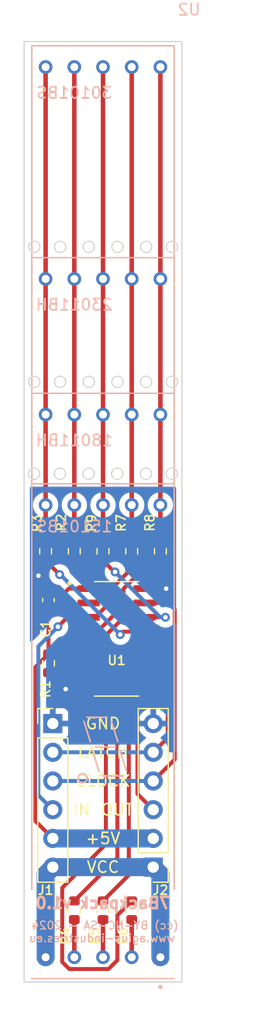
<source format=kicad_pcb>
(kicad_pcb (version 20211014) (generator pcbnew)
  (layers (0 "F.Cu" signal) (31 "B.Cu" signal) (34 "B.Paste" user) (35 "F.Paste" user) (36 "B.SilkS" user "B.Silkscreen") (37 "F.SilkS" user "F.Silkscreen") (38 "B.Mask" user) (39 "F.Mask" user) (44 "Edge.Cuts" user))
  (net 0 "")
  (net 1 "+5V")
  (net 2 "GND")
  (net 3 "Net-(J1-Pad2)")
  (net 4 "Net-(J1-Pad3)")
  (net 5 "Net-(J1-Pad4)")
  (net 6 "VCC")
  (net 7 "Net-(J2-Pad3)")
  (net 8 "Net-(R1-Pad1)")
  (net 9 "Net-(R2-Pad1)")
  (net 10 "Net-(R2-Pad2)")
  (net 11 "Net-(R3-Pad1)")
  (net 12 "Net-(R3-Pad2)")
  (net 13 "Net-(R4-Pad1)")
  (net 14 "Net-(R4-Pad2)")
  (net 15 "Net-(R5-Pad1)")
  (net 16 "Net-(R5-Pad2)")
  (net 17 "Net-(R6-Pad1)")
  (net 18 "Net-(R6-Pad2)")
  (net 19 "Net-(R7-Pad1)")
  (net 20 "Net-(R7-Pad2)")
  (net 21 "Net-(R8-Pad1)")
  (net 22 "Net-(R8-Pad2)")
  (net 23 "Net-(R9-Pad1)")
  (net 24 "Net-(R9-Pad2)")
  (footprint "Resistor_SMD:R_0603_1608Metric" (layer "F.Cu") (at 102.87 128.27 -90)
    (fp_text reference "R4" (at 2.286 0.762 90) (layer "F.SilkS") (effects (font (size 0.8 0.8))))
    (fp_text value "15")
    (fp_line (start -0.237258 -0.5225) (end 0.237258 -0.5225) (layer "F.SilkS") (width 0.12))
    (fp_line (start -0.237258 0.5225) (end 0.237258 0.5225) (layer "F.SilkS") (width 0.12))
    (pad "1" smd roundrect (at -0.825 0 270) (size 0.8 0.95) (layers "F.Cu" "F.Paste" "F.Mask") (net 13 "Net-(R4-Pad1)"))
    (pad "2" smd roundrect (at 0.825 0 270) (size 0.8 0.95) (layers "F.Cu" "F.Paste" "F.Mask") (net 14 "Net-(R4-Pad2)"))
  )
  (footprint "Resistor_SMD:R_0603_1608Metric" (layer "F.Cu") (at 105.41 96.52 90)
    (fp_text reference "R9" (at 2.488373 -1.00922 90) (layer "F.SilkS") (effects (font (size 0.8 0.8))))
    (fp_text value "2k")
    (fp_line (start -0.237258 -0.5225) (end 0.237258 -0.5225) (layer "F.SilkS") (width 0.12))
    (fp_line (start -0.237258 0.5225) (end 0.237258 0.5225) (layer "F.SilkS") (width 0.12))
    (pad "1" smd roundrect (at -0.825 0 90) (size 0.8 0.95) (layers "F.Cu" "F.Paste" "F.Mask") (net 23 "Net-(R9-Pad1)"))
    (pad "2" smd roundrect (at 0.825 0 90) (size 0.8 0.95) (layers "F.Cu" "F.Paste" "F.Mask") (net 24 "Net-(R9-Pad2)"))
  )
  (footprint "Resistor_SMD:R_0603_1608Metric" (layer "F.Cu") (at 110.49 96.52 90)
    (fp_text reference "R8" (at 2.527094 -0.939397 90) (layer "F.SilkS") (effects (font (size 0.8 0.8))))
    (fp_text value "15")
    (fp_line (start -0.237258 -0.5225) (end 0.237258 -0.5225) (layer "F.SilkS") (width 0.12))
    (fp_line (start -0.237258 0.5225) (end 0.237258 0.5225) (layer "F.SilkS") (width 0.12))
    (pad "1" smd roundrect (at -0.825 0 90) (size 0.8 0.95) (layers "F.Cu" "F.Paste" "F.Mask") (net 21 "Net-(R8-Pad1)"))
    (pad "2" smd roundrect (at 0.825 0 90) (size 0.8 0.95) (layers "F.Cu" "F.Paste" "F.Mask") (net 22 "Net-(R8-Pad2)"))
  )
  (footprint "Resistor_SMD:R_0603_1608Metric" (layer "F.Cu") (at 107.95 96.52 90)
    (fp_text reference "R7" (at 2.50128 -0.942041 90) (layer "F.SilkS") (effects (font (size 0.8 0.8))))
    (fp_text value "15")
    (fp_line (start -0.237258 0.5225) (end 0.237258 0.5225) (layer "F.SilkS") (width 0.12))
    (fp_line (start -0.237258 -0.5225) (end 0.237258 -0.5225) (layer "F.SilkS") (width 0.12))
    (pad "1" smd roundrect (at -0.825 0 90) (size 0.8 0.95) (layers "F.Cu" "F.Paste" "F.Mask") (net 19 "Net-(R7-Pad1)"))
    (pad "2" smd roundrect (at 0.825 0 90) (size 0.8 0.95) (layers "F.Cu" "F.Paste" "F.Mask") (net 20 "Net-(R7-Pad2)"))
  )
  (footprint "Connector_PinHeader_2.54mm:PinHeader_1x06_P2.54mm_Vertical" (layer "F.Cu") (at 100.965 111.76)
    (fp_text reference "J1" (at -0.635 14.732) (layer "F.SilkS") (effects (font (size 0.8 0.8))))
    (fp_text value "Conn_01x06")
    (fp_line (start -1.33 1.27) (end 1.33 1.27) (layer "F.SilkS") (width 0.12))
    (fp_line (start -1.33 -1.33) (end 0 -1.33) (layer "F.SilkS") (width 0.12))
    (fp_line (start -1.33 1.27) (end -1.33 14.03) (layer "F.SilkS") (width 0.12))
    (fp_line (start 1.33 1.27) (end 1.33 14.03) (layer "F.SilkS") (width 0.12))
    (fp_line (start -1.33 14.03) (end 1.33 14.03) (layer "F.SilkS") (width 0.12))
    (fp_line (start -1.33 0) (end -1.33 -1.33) (layer "F.SilkS") (width 0.12))
    (pad "1" thru_hole rect (at 0 0) (size 1.7 1.7) (drill 1) (layers *.Cu *.Mask) (net 2 "GND"))
    (pad "2" thru_hole oval (at 0 2.54) (size 1.7 1.7) (drill 1) (layers *.Cu *.Mask) (net 3 "Net-(J1-Pad2)"))
    (pad "3" thru_hole oval (at 0 5.08) (size 1.7 1.7) (drill 1) (layers *.Cu *.Mask) (net 4 "Net-(J1-Pad3)"))
    (pad "4" thru_hole oval (at 0 7.62) (size 1.7 1.7) (drill 1) (layers *.Cu *.Mask) (net 5 "Net-(J1-Pad4)"))
    (pad "5" thru_hole oval (at 0 10.16) (size 1.7 1.7) (drill 1) (layers *.Cu *.Mask) (net 1 "+5V"))
    (pad "6" thru_hole oval (at 0 12.7) (size 1.7 1.7) (drill 1) (layers *.Cu *.Mask) (net 6 "VCC"))
  )
  (footprint "Capacitor_SMD:C_0603_1608Metric" (layer "F.Cu") (at 100.584 100.838 90)
    (fp_text reference "C1" (at -2.54 -0.254 90) (layer "F.SilkS") (effects (font (size 0.8 0.8))))
    (fp_text value "100nF")
    (fp_line (start -0.14058 0.51) (end 0.14058 0.51) (layer "F.SilkS") (width 0.12))
    (fp_line (start -0.14058 -0.51) (end 0.14058 -0.51) (layer "F.SilkS") (width 0.12))
    (pad "1" smd roundrect (at -0.775 0 90) (size 0.9 0.95) (layers "F.Cu" "F.Paste" "F.Mask") (net 1 "+5V"))
    (pad "2" smd roundrect (at 0.775 0 90) (size 0.9 0.95) (layers "F.Cu" "F.Paste" "F.Mask") (net 2 "GND"))
  )
  (footprint "Resistor_SMD:R_0603_1608Metric" (layer "F.Cu") (at 105.41 128.27 -90)
    (fp_text reference "R5" (at 2.286 0.762 90) (layer "F.SilkS") (effects (font (size 0.8 0.8))))
    (fp_text value "15")
    (fp_line (start -0.237258 -0.5225) (end 0.237258 -0.5225) (layer "F.SilkS") (width 0.12))
    (fp_line (start -0.237258 0.5225) (end 0.237258 0.5225) (layer "F.SilkS") (width 0.12))
    (pad "1" smd roundrect (at -0.825 0 270) (size 0.8 0.95) (layers "F.Cu" "F.Paste" "F.Mask") (net 15 "Net-(R5-Pad1)"))
    (pad "2" smd roundrect (at 0.825 0 270) (size 0.8 0.95) (layers "F.Cu" "F.Paste" "F.Mask") (net 16 "Net-(R5-Pad2)"))
  )
  (footprint "TPIC6C596DR:SOIC127P600X175-16N" (layer "F.Cu") (at 106.615 104.267)
    (fp_text reference "U1" (at 0 1.905) (layer "F.SilkS") (effects (font (size 0.8 0.8))))
    (fp_text value "TPIC6C596DC")
    (fp_line (start -1.95 5.065) (end 1.95 5.065) (layer "F.SilkS") (width 0.127))
    (fp_line (start -1.95 -5.065) (end 1.95 -5.065) (layer "F.SilkS") (width 0.127))
    (fp_circle (center -4.145 -4.945) (end -4.045 -4.945) (layer "F.SilkS") (width 0.2) (fill none))
    (pad "1" smd roundrect locked (at -2.475 -4.445) (size 1.97 0.6) (layers "F.Cu" "F.Paste" "F.Mask") (roundrect_rratio 0.125) (net 1 "+5V"))
    (pad "2" smd roundrect locked (at -2.475 -3.175) (size 1.97 0.6) (layers "F.Cu" "F.Paste" "F.Mask") (roundrect_rratio 0.125) (net 5 "Net-(J1-Pad4)"))
    (pad "3" smd roundrect locked (at -2.475 -1.905) (size 1.97 0.6) (layers "F.Cu" "F.Paste" "F.Mask") (roundrect_rratio 0.125) (net 9 "Net-(R2-Pad1)"))
    (pad "4" smd roundrect locked (at -2.475 -0.635) (size 1.97 0.6) (layers "F.Cu" "F.Paste" "F.Mask") (roundrect_rratio 0.125) (net 19 "Net-(R7-Pad1)"))
    (pad "5" smd roundrect locked (at -2.475 0.635) (size 1.97 0.6) (layers "F.Cu" "F.Paste" "F.Mask") (roundrect_rratio 0.125) (net 21 "Net-(R8-Pad1)"))
    (pad "6" smd roundrect locked (at -2.475 1.905) (size 1.97 0.6) (layers "F.Cu" "F.Paste" "F.Mask") (roundrect_rratio 0.125) (net 17 "Net-(R6-Pad1)"))
    (pad "7" smd roundrect locked (at -2.475 3.175) (size 1.97 0.6) (layers "F.Cu" "F.Paste" "F.Mask") (roundrect_rratio 0.125) (net 8 "Net-(R1-Pad1)"))
    (pad "8" smd roundrect locked (at -2.475 4.445) (size 1.97 0.6) (layers "F.Cu" "F.Paste" "F.Mask") (roundrect_rratio 0.125) (net 2 "GND"))
    (pad "9" smd roundrect locked (at 2.475 4.445) (size 1.97 0.6) (layers "F.Cu" "F.Paste" "F.Mask") (roundrect_rratio 0.125) (net 7 "Net-(J2-Pad3)"))
    (pad "10" smd roundrect locked (at 2.475 3.175) (size 1.97 0.6) (layers "F.Cu" "F.Paste" "F.Mask") (roundrect_rratio 0.125) (net 3 "Net-(J1-Pad2)"))
    (pad "11" smd roundrect locked (at 2.475 1.905) (size 1.97 0.6) (layers "F.Cu" "F.Paste" "F.Mask") (roundrect_rratio 0.125) (net 15 "Net-(R5-Pad1)"))
    (pad "12" smd roundrect locked (at 2.475 0.635) (size 1.97 0.6) (layers "F.Cu" "F.Paste" "F.Mask") (roundrect_rratio 0.125) (net 13 "Net-(R4-Pad1)"))
    (pad "13" smd roundrect locked (at 2.475 -0.635) (size 1.97 0.6) (layers "F.Cu" "F.Paste" "F.Mask") (roundrect_rratio 0.125) (net 11 "Net-(R3-Pad1)"))
    (pad "14" smd roundrect locked (at 2.475 -1.905) (size 1.97 0.6) (layers "F.Cu" "F.Paste" "F.Mask") (roundrect_rratio 0.125) (net 23 "Net-(R9-Pad1)"))
    (pad "15" smd roundrect locked (at 2.475 -3.175) (size 1.97 0.6) (layers "F.Cu" "F.Paste" "F.Mask") (roundrect_rratio 0.125) (net 4 "Net-(J1-Pad3)"))
    (pad "16" smd roundrect locked (at 2.475 -4.445) (size 1.97 0.6) (layers "F.Cu" "F.Paste" "F.Mask") (roundrect_rratio 0.125) (net 2 "GND"))
  )
  (footprint "Resistor_SMD:R_0603_1608Metric" (layer "F.Cu") (at 100.584 106.426 90)
    (fp_text reference "R1" (at -2.286 -0.254 90) (layer "F.SilkS") (effects (font (size 0.8 0.8))))
    (fp_text value "10k")
    (fp_line (start -0.237258 -0.5225) (end 0.237258 -0.5225) (layer "F.SilkS") (width 0.12))
    (fp_line (start -0.237258 0.5225) (end 0.237258 0.5225) (layer "F.SilkS") (width 0.12))
    (pad "1" smd roundrect (at -0.825 0 90) (size 0.8 0.95) (layers "F.Cu" "F.Paste" "F.Mask") (net 8 "Net-(R1-Pad1)"))
    (pad "2" smd roundrect (at 0.825 0 90) (size 0.8 0.95) (layers "F.Cu" "F.Paste" "F.Mask") (net 1 "+5V"))
  )
  (footprint "Resistor_SMD:R_0603_1608Metric" (layer "F.Cu") (at 107.95 128.27 -90)
    (fp_text reference "R6" (at 2.286 0.762 90) (layer "F.SilkS") (effects (font (size 0.8 0.8))))
    (fp_text value "15")
    (fp_line (start -0.237258 0.5225) (end 0.237258 0.5225) (layer "F.SilkS") (width 0.12))
    (fp_line (start -0.237258 -0.5225) (end 0.237258 -0.5225) (layer "F.SilkS") (width 0.12))
    (pad "1" smd roundrect (at -0.825 0 270) (size 0.8 0.95) (layers "F.Cu" "F.Paste" "F.Mask") (net 17 "Net-(R6-Pad1)"))
    (pad "2" smd roundrect (at 0.825 0 270) (size 0.8 0.95) (layers "F.Cu" "F.Paste" "F.Mask") (net 18 "Net-(R6-Pad2)"))
  )
  (footprint "Resistor_SMD:R_0603_1608Metric" (layer "F.Cu") (at 100.33 96.52 90)
    (fp_text reference "R3" (at 2.475466 -0.762 90) (layer "F.SilkS") (effects (font (size 0.8 0.8))))
    (fp_text value "15")
    (fp_line (start -0.237258 -0.5225) (end 0.237258 -0.5225) (layer "F.SilkS") (width 0.12))
    (fp_line (start -0.237258 0.5225) (end 0.237258 0.5225) (layer "F.SilkS") (width 0.12))
    (pad "1" smd roundrect (at -0.825 0 90) (size 0.8 0.95) (layers "F.Cu" "F.Paste" "F.Mask") (net 11 "Net-(R3-Pad1)"))
    (pad "2" smd roundrect (at 0.825 0 90) (size 0.8 0.95) (layers "F.Cu" "F.Paste" "F.Mask") (net 12 "Net-(R3-Pad2)"))
  )
  (footprint "Resistor_SMD:R_0603_1608Metric" (layer "F.Cu") (at 102.87 96.52 90)
    (fp_text reference "R2" (at 2.54 -1.153839 90) (layer "F.SilkS") (effects (font (size 0.8 0.8))))
    (fp_text value "15")
    (fp_line (start -0.237258 -0.5225) (end 0.237258 -0.5225) (layer "F.SilkS") (width 0.12))
    (fp_line (start -0.237258 0.5225) (end 0.237258 0.5225) (layer "F.SilkS") (width 0.12))
    (pad "1" smd roundrect (at -0.825 0 90) (size 0.8 0.95) (layers "F.Cu" "F.Paste" "F.Mask") (net 9 "Net-(R2-Pad1)"))
    (pad "2" smd roundrect (at 0.825 0 90) (size 0.8 0.95) (layers "F.Cu" "F.Paste" "F.Mask") (net 10 "Net-(R2-Pad2)"))
  )
  (footprint "Connector_PinHeader_2.54mm:PinHeader_1x06_P2.54mm_Vertical" (layer "F.Cu") (at 109.855 124.46 180)
    (fp_text reference "J2" (at -0.635 -2.032) (layer "F.SilkS") (effects (font (size 0.8 0.8))))
    (fp_text value "Conn_01x06")
    (fp_line (start -1.33 1.27) (end 1.33 1.27) (layer "F.SilkS") (width 0.12))
    (fp_line (start -1.33 14.03) (end 1.33 14.03) (layer "F.SilkS") (width 0.12))
    (fp_line (start -1.33 -1.33) (end 0 -1.33) (layer "F.SilkS") (width 0.12))
    (fp_line (start -1.33 0) (end -1.33 -1.33) (layer "F.SilkS") (width 0.12))
    (fp_line (start -1.33 1.27) (end -1.33 14.03) (layer "F.SilkS") (width 0.12))
    (fp_line (start 1.33 1.27) (end 1.33 14.03) (layer "F.SilkS") (width 0.12))
    (pad "1" thru_hole rect (at 0 0 180) (size 1.7 1.7) (drill 1) (layers *.Cu *.Mask) (net 6 "VCC"))
    (pad "2" thru_hole oval (at 0 2.54 180) (size 1.7 1.7) (drill 1) (layers *.Cu *.Mask) (net 1 "+5V"))
    (pad "3" thru_hole oval (at 0 5.08 180) (size 1.7 1.7) (drill 1) (layers *.Cu *.Mask) (net 7 "Net-(J2-Pad3)"))
    (pad "4" thru_hole oval (at 0 7.62 180) (size 1.7 1.7) (drill 1) (layers *.Cu *.Mask) (net 4 "Net-(J1-Pad3)"))
    (pad "5" thru_hole oval (at 0 10.16 180) (size 1.7 1.7) (drill 1) (layers *.Cu *.Mask) (net 3 "Net-(J1-Pad2)"))
    (pad "6" thru_hole oval (at 0 12.7 180) (size 1.7 1.7) (drill 1) (layers *.Cu *.Mask) (net 2 "GND"))
  )
  (footprint "Custom7Segments:15101BS-30101BS" (layer "B.Cu") (at 110.49 132.4285 180)
    (fp_text reference "U2" (at -2.54 83.82) (layer "B.SilkS") (effects (justify mirror)))
    (fp_text value "15101BS-30101BS")
    (fp_text user "30101BS" (at 7.62 76.46 unlocked) (layer "B.SilkS") (effects (justify mirror)))
    (fp_text user "23011BH" (at 7.62 57.72 unlocked) (layer "B.SilkS") (effects (justify mirror)))
    (fp_text user "18011BH" (at 7.62 45.72 unlocked) (layer "B.SilkS") (effects (justify mirror)))
    (fp_text user "15101BS" (at 7.62 38.1 unlocked) (layer "B.SilkS") (effects (justify mirror)))
    (fp_line (start 4.724402 21.224125) (end 6.504966 21.227409) (layer "B.SilkS") (width 0.15))
    (fp_line (start -1.22 -1.88) (end 11.38 -1.88) (layer "B.SilkS") (width 0.127))
    (fp_line (start 11.38 61.88) (end -1.22 61.88) (layer "B.SilkS") (width 0.127))
    (fp_line (start 3.955999 18.605152) (end 5.736563 18.608436) (layer "B.SilkS") (width 0.15))
    (fp_line (start 11.38 41.88) (end -1.22 41.88) (layer "B.SilkS") (width 0.127))
    (fp_line (start 11.38 49.88) (end -1.22 49.88) (layer "B.SilkS") (width 0.127))
    (fp_line (start 5.43252 16.434761) (end 5.999885 18.245845) (layer "B.SilkS") (width 0.15))
    (fp_line (start 6.200923 19.053734) (end 6.768288 20.864818) (layer "B.SilkS") (width 0.15))
    (fp_line (start 3.008916 16.479852) (end 3.576281 18.290936) (layer "B.SilkS") (width 0.15))
    (fp_line (start 3.777319 19.098825) (end 4.344684 20.909909) (layer "B.SilkS") (width 0.15))
    (fp_line (start -1.22 80.62) (end -1.22 6) (layer "B.SilkS") (width 0.127))
    (fp_line (start 11.38 80.62) (end -1.22 80.62) (layer "B.SilkS") (width 0.127))
    (fp_line (start 3.293101 16.040673) (end 5.073665 16.043957) (layer "B.SilkS") (width 0.15))
    (fp_line (start 11.38 6) (end 11.38 80.62) (layer "B.SilkS") (width 0.127))
    (fp_circle (center 0 -2.63) (end 0 -2.53) (layer "B.SilkS") (width 0.2) (fill none))
    (fp_circle (center 6.884684 15.829909) (end 7.284684 15.829909) (layer "B.SilkS") (width 0.15) (fill none))
    (pad "1" thru_hole rect (at 0 0 90) (size 1.218 1.218) (drill 0.71) (layers *.Cu *.Mask) (net 6 "VCC"))
    (pad "2" thru_hole circle (at 2.54 0 90) (size 1.218 1.218) (drill 0.71) (layers *.Cu *.Mask) (net 18 "Net-(R6-Pad2)"))
    (pad "3" thru_hole circle (at 5.08 0 90) (size 1.218 1.218) (drill 0.71) (layers *.Cu *.Mask) (net 16 "Net-(R5-Pad2)"))
    (pad "4" thru_hole circle (at 7.62 0 90) (size 1.218 1.218) (drill 0.71) (layers *.Cu *.Mask) (net 14 "Net-(R4-Pad2)"))
    (pad "5" thru_hole circle (at 10.16 0 90) (size 1.218 1.218) (drill 0.71) (layers *.Cu *.Mask) (net 6 "VCC"))
    (pad "6" thru_hole circle (at 10.16 48 90) (size 1.218 1.218) (drill 0.71) (layers *.Cu *.Mask) (net 12 "Net-(R3-Pad2)"))
    (pad "6" thru_hole circle (at 10.16 60 90) (size 1.218 1.218) (drill 0.71) (layers *.Cu *.Mask) (net 12 "Net-(R3-Pad2)"))
    (pad "6" thru_hole circle (at 10.16 40 90) (size 1.218 1.218) (drill 0.71) (layers *.Cu *.Mask) (net 12 "Net-(R3-Pad2)"))
    (pad "6" thru_hole circle (at 10.16 78.74 90) (size 1.218 1.218) (drill 0.71) (layers *.Cu *.Mask) (net 12 "Net-(R3-Pad2)"))
    (pad "7" thru_hole circle (at 7.62 48 90) (size 1.218 1.218) (drill 0.71) (layers *.Cu *.Mask) (net 10 "Net-(R2-Pad2)"))
    (pad "7" thru_hole circle (at 7.62 78.74 90) (size 1.218 1.218) (drill 0.71) (layers *.Cu *.Mask) (net 10 "Net-(R2-Pad2)"))
    (pad "7" thru_hole circle (at 7.62 60 90) (size 1.218 1.218) (drill 0.71) (layers *.Cu *.Mask) (net 10 "Net-(R2-Pad2)"))
    (pad "7" thru_hole circle (at 7.62 40 90) (size 1.218 1.218) (drill 0.71) (layers *.Cu *.Mask) (net 10 "Net-(R2-Pad2)"))
    (pad "8" thru_hole circle (at 5.08 48 90) (size 1.218 1.218) (drill 0.71) (layers *.Cu *.Mask) (net 24 "Net-(R9-Pad2)"))
    (pad "8" thru_hole circle (at 5.08 78.74 90) (size 1.218 1.218) (drill 0.71) (layers *.Cu *.Mask) (net 24 "Net-(R9-Pad2)"))
    (pad "8" thru_hole circle (at 5.08 60 90) (size 1.218 1.218) (drill 0.71) (layers *.Cu *.Mask) (net 24 "Net-(R9-Pad2)"))
    (pad "8" thru_hole circle (at 5.08 40 90) (size 1.218 1.218) (drill 0.71) (layers *.Cu *.Mask) (net 24 "Net-(R9-Pad2)"))
    (pad "9" thru_hole circle (at 2.54 78.74 90) (size 1.218 1.218) (drill 0.71) (layers *.Cu *.Mask) (net 20 "Net-(R7-Pad2)"))
    (pad "9" thru_hole circle (at 2.54 40 90) (size 1.218 1.218) (drill 0.71) (layers *.Cu *.Mask) (net 20 "Net-(R7-Pad2)"))
    (pad "9" thru_hole circle (at 2.54 60 90) (size 1.218 1.218) (drill 0.71) (layers *.Cu *.Mask) (net 20 "Net-(R7-Pad2)"))
    (pad "9" thru_hole circle (at 2.54 48 90) (size 1.218 1.218) (drill 0.71) (layers *.Cu *.Mask) (net 20 "Net-(R7-Pad2)"))
    (pad "10" thru_hole circle (at 0 48 90) (size 1.218 1.218) (drill 0.71) (layers *.Cu *.Mask) (net 22 "Net-(R8-Pad2)"))
    (pad "10" thru_hole circle (at 0 40 90) (size 1.218 1.218) (drill 0.71) (layers *.Cu *.Mask) (net 22 "Net-(R8-Pad2)"))
    (pad "10" thru_hole circle (at 0 60 90) (size 1.218 1.218) (drill 0.71) (layers *.Cu *.Mask) (net 22 "Net-(R8-Pad2)"))
    (pad "10" thru_hole circle (at 0 78.74 90) (size 1.218 1.218) (drill 0.71) (layers *.Cu *.Mask) (net 22 "Net-(R8-Pad2)"))
  )
  (gr_rect (start 98.425 51.435) (end 112.395 134.62) (layer "Edge.Cuts") (width 0.1) (fill none))
  (gr_circle (center 101.616 81.534) (end 102.116 81.534) (layer "Edge.Cuts") (width 0.1) (fill none))
  (gr_circle (center 104.148 81.534) (end 104.648 81.534) (layer "Edge.Cuts") (width 0.1) (fill none))
  (gr_circle (center 104.132 89.662) (end 104.632 89.662) (layer "Edge.Cuts") (width 0.1) (fill none))
  (gr_circle (center 104.148 69.596) (end 104.648 69.596) (layer "Edge.Cuts") (width 0.1) (fill none))
  (gr_circle (center 111.514 69.596) (end 112.014 69.596) (layer "Edge.Cuts") (width 0.1) (fill none))
  (gr_circle (center 99.33 81.534) (end 99.83 81.534) (layer "Edge.Cuts") (width 0.1) (fill none))
  (gr_circle (center 106.688 69.596) (end 107.188 69.596) (layer "Edge.Cuts") (width 0.1) (fill none))
  (gr_circle (center 111.514 81.534) (end 112.014 81.534) (layer "Edge.Cuts") (width 0.1) (fill none))
  (gr_circle (center 106.688 81.534) (end 107.188 81.534) (layer "Edge.Cuts") (width 0.1) (fill none))
  (gr_circle (center 106.672 89.662) (end 107.172 89.662) (layer "Edge.Cuts") (width 0.1) (fill none))
  (gr_circle (center 109.228 69.596) (end 109.728 69.596) (layer "Edge.Cuts") (width 0.1) (fill none))
  (gr_circle (center 109.228 81.534) (end 109.728 81.534) (layer "Edge.Cuts") (width 0.1) (fill none))
  (gr_circle (center 101.6 89.662) (end 102.1 89.662) (layer "Edge.Cuts") (width 0.1) (fill none))
  (gr_circle (center 111.498 89.662) (end 111.998 89.662) (layer "Edge.Cuts") (width 0.1) (fill none))
  (gr_circle (center 99.314 89.662) (end 99.814 89.662) (layer "Edge.Cuts") (width 0.1) (fill none))
  (gr_circle (center 101.616 69.596) (end 102.116 69.596) (layer "Edge.Cuts") (width 0.1) (fill none))
  (gr_circle (center 109.212 89.662) (end 109.712 89.662) (layer "Edge.Cuts") (width 0.1) (fill none))
  (gr_circle (center 99.33 69.596) (end 99.83 69.596) (layer "Edge.Cuts") (width 0.1) (fill none))
  (gr_text "(cc) BY-NC-SA - 2024 \nwww.agius-industries.eu" (at 105.323788 130.175) (layer "B.SilkS") (effects (font (size 0.7 0.7) (thickness 0.12)) (justify mirror)))
  (gr_text "7Backpack v1.0" (at 105.41 127.635) (layer "B.SilkS") (effects (font (size 1 1) (thickness 0.25)) (justify mirror)))
  (gr_text "LATCH" (at 105.41 114.3) (layer "F.SilkS") (effects (font (size 1 1))))
  (gr_text "CLOCK" (at 105.41 116.84) (layer "F.SilkS") (effects (font (size 1 1))))
  (gr_text "VCC" (at 105.41 124.46) (layer "F.SilkS") (effects (font (size 1 1))))
  (gr_text "IN" (at 103.505 119.38) (layer "F.SilkS") (effects (font (size 1 1))))
  (gr_text "OUT" (at 106.68 119.38) (layer "F.SilkS") (effects (font (size 1 1))))
  (gr_text "+5V" (at 105.41 121.92) (layer "F.SilkS") (effects (font (size 1 1))))
  (gr_text "GND" (at 105.41 111.76) (layer "F.SilkS") (effects (font (size 1 1))))
  (segment (start 100.584 101.613) (end 100.584 102.3149) (width 0.35) (layer "F.Cu") (net 1))
  (segment (start 99.4231 120.378) (end 99.4231 106.762) (width 0.35) (layer "F.Cu") (net 1))
  (segment (start 102.375 99.822) (end 100.584 101.613) (width 0.35) (layer "F.Cu") (net 1))
  (segment (start 99.4231 106.762) (end 100.584 105.601) (width 0.35) (layer "F.Cu") (net 1))
  (segment (start 100.584 102.3149) (end 100.584 105.601) (width 0.35) (layer "F.Cu") (net 1))
  (segment (start 104.14 99.822) (end 102.375 99.822) (width 0.35) (layer "F.Cu") (net 1))
  (segment (start 100.965 121.92) (end 99.4231 120.378) (width 0.35) (layer "F.Cu") (net 1))
  (segment (start 100.965 121.92) (end 109.855 121.92) (width 1.6) (layer "B.Cu") (net 1))
  (segment (start 104.14 108.712) (end 102.108 108.712) (width 0.35) (layer "F.Cu") (net 2))
  (segment (start 99.695 99.174) (end 100.584 100.063) (width 0.35) (layer "F.Cu") (net 2))
  (segment (start 99.695 98.679) (end 99.695 99.174) (width 0.35) (layer "F.Cu") (net 2))
  (segment (start 110.998 99.822) (end 109.09 99.822) (width 0.35) (layer "F.Cu") (net 2))
  (via (at 99.695 98.679) (size 0.8) (drill 0.4) (layers "F.Cu" "B.Cu") (net 2))
  (via (at 102.108 108.712) (size 0.8) (drill 0.4) (layers "F.Cu" "B.Cu") (net 2))
  (via (at 110.998 99.822) (size 0.8) (drill 0.4) (layers "F.Cu" "B.Cu") (net 2))
  (segment (start 111.13 108.844) (end 109.728 107.442) (width 0.35) (layer "F.Cu") (net 3))
  (segment (start 109.728 107.442) (end 109.09 107.442) (width 0.35) (layer "F.Cu") (net 3))
  (segment (start 109.855 114.3) (end 111.13 113.025) (width 0.35) (layer "F.Cu") (net 3))
  (segment (start 111.13 113.025) (end 111.13 108.844) (width 0.35) (layer "F.Cu") (net 3))
  (segment (start 109.855 114.3) (end 100.965 114.3) (width 0.35) (layer "B.Cu") (net 3))
  (segment (start 109.855 116.84) (end 111.76 114.935) (width 0.35) (layer "F.Cu") (net 4))
  (segment (start 111.76 114.935) (end 111.76 101.6604) (width 0.35) (layer "F.Cu") (net 4))
  (segment (start 111.1916 101.092) (end 109.09 101.092) (width 0.35) (layer "F.Cu") (net 4))
  (segment (start 111.76 101.6604) (end 111.1916 101.092) (width 0.35) (layer "F.Cu") (net 4))
  (segment (start 109.855 116.84) (end 100.965 116.84) (width 0.35) (layer "B.Cu") (net 4))
  (segment (start 103.5228 101.092) (end 104.14 101.092) (width 0.35) (layer "F.Cu") (net 5))
  (segment (start 101.4196 103.1952) (end 103.5228 101.092) (width 0.35) (layer "F.Cu") (net 5))
  (via (at 101.4196 103.1952) (size 0.8) (drill 0.4) (layers "F.Cu" "B.Cu") (net 5))
  (segment (start 101.4196 103.1952) (end 99.6881 104.9267) (width 0.35) (layer "B.Cu") (net 5))
  (segment (start 99.6881 118.1031) (end 100.965 119.38) (width 0.35) (layer "B.Cu") (net 5))
  (segment (start 99.6881 104.9267) (end 99.6881 118.1031) (width 0.35) (layer "B.Cu") (net 5))
  (segment (start 100.33 132.428) (end 100.33 125.095) (width 1.6) (layer "B.Cu") (net 6))
  (segment (start 100.33 125.095) (end 100.965 124.46) (width 1.6) (layer "B.Cu") (net 6))
  (segment (start 110.49 132.428) (end 110.49 125.095) (width 1.6) (layer "B.Cu") (net 6))
  (segment (start 110.49 132.428) (end 110.49 132.4285) (width 1.6) (layer "B.Cu") (net 6))
  (segment (start 100.33 132.428) (end 100.33 132.4285) (width 1.6) (layer "B.Cu") (net 6))
  (segment (start 110.49 125.095) (end 109.855 124.46) (width 1.6) (layer "B.Cu") (net 6))
  (segment (start 100.965 124.46) (end 109.855 124.46) (width 1.6) (layer "B.Cu") (net 6))
  (segment (start 108.458 117.983) (end 109.855 119.38) (width 0.35) (layer "F.Cu") (net 7))
  (segment (start 108.458 109.344) (end 108.458 117.983) (width 0.35) (layer "F.Cu") (net 7))
  (segment (start 109.09 108.712) (end 108.458 109.344) (width 0.35) (layer "F.Cu") (net 7))
  (segment (start 104.14 107.442) (end 100.775 107.442) (width 0.35) (layer "F.Cu") (net 8))
  (segment (start 100.775 107.442) (end 100.584 107.251) (width 0.35) (layer "F.Cu") (net 8))
  (segment (start 105.5736 101.5035) (end 105.5736 99.3196) (width 0.35) (layer "F.Cu") (net 9))
  (segment (start 105.5736 99.3196) (end 103.599 97.345) (width 0.35) (layer "F.Cu") (net 9))
  (segment (start 104.14 102.362) (end 104.7151 102.362) (width 0.35) (layer "F.Cu") (net 9))
  (segment (start 102.87 97.345) (end 103.06 97.345) (width 0.4) (layer "F.Cu") (net 9))
  (segment (start 103.599 97.345) (end 103.06 97.345) (width 0.35) (layer "F.Cu") (net 9))
  (segment (start 104.7151 102.362) (end 105.5736 101.5035) (width 0.35) (layer "F.Cu") (net 9))
  (segment (start 102.87 84.4285) (end 102.87 92.4285) (width 0.4) (layer "F.Cu") (net 10))
  (segment (start 102.87 53.6885) (end 102.87 72.4285) (width 0.4) (layer "F.Cu") (net 10))
  (segment (start 102.87 72.4285) (end 102.87 84.4285) (width 0.4) (layer "F.Cu") (net 10))
  (segment (start 102.87 92.4285) (end 102.87 95.695) (width 0.4) (layer "F.Cu") (net 10))
  (segment (start 106.934 103.886) (end 107.188 103.632) (width 0.35) (layer "F.Cu") (net 11))
  (segment (start 107.188 103.632) (end 109.09 103.632) (width 0.35) (layer "F.Cu") (net 11))
  (segment (start 101.5685 98.5835) (end 100.33 97.345) (width 0.35) (layer "F.Cu") (net 11))
  (via (at 101.5685 98.5835) (size 0.8) (drill 0.4) (layers "F.Cu" "B.Cu") (net 11))
  (via (at 106.934 103.886) (size 0.8) (drill 0.4) (layers "F.Cu" "B.Cu") (net 11))
  (segment (start 101.6315 98.5835) (end 106.934 103.886) (width 0.35) (layer "B.Cu") (net 11))
  (segment (start 101.5685 98.5835) (end 101.6315 98.5835) (width 0.35) (layer "B.Cu") (net 11))
  (segment (start 100.33 72.4285) (end 100.33 84.4285) (width 0.4) (layer "F.Cu") (net 12))
  (segment (start 100.33 84.4285) (end 100.33 92.4285) (width 0.4) (layer "F.Cu") (net 12))
  (segment (start 100.33 53.6885) (end 100.33 72.4285) (width 0.4) (layer "F.Cu") (net 12))
  (segment (start 100.33 92.4285) (end 100.33 95.695) (width 0.4) (layer "F.Cu") (net 12))
  (segment (start 108.5041 104.902) (end 106.68 106.7261) (width 0.35) (layer "F.Cu") (net 13))
  (segment (start 106.68 106.7261) (end 106.68 123.635) (width 0.35) (layer "F.Cu") (net 13))
  (segment (start 106.68 123.635) (end 102.87 127.445) (width 0.35) (layer "F.Cu") (net 13))
  (segment (start 109.09 104.902) (end 108.5041 104.902) (width 0.35) (layer "F.Cu") (net 13))
  (segment (start 102.87 132.428) (end 102.87 129.095) (width 0.4) (layer "F.Cu") (net 14))
  (segment (start 102.87 132.428) (end 102.87 132.4285) (width 0.35) (layer "F.Cu") (net 14))
  (segment (start 107.696 125.159) (end 107.696 109.160107) (width 0.35) (layer "F.Cu") (net 15))
  (segment (start 107.68 107.0017) (end 108.5097 106.172) (width 0.35) (layer "F.Cu") (net 15))
  (segment (start 107.68 109.144107) (end 107.68 107.0017) (width 0.35) (layer "F.Cu") (net 15))
  (segment (start 105.41 127.445) (end 107.696 125.159) (width 0.35) (layer "F.Cu") (net 15))
  (segment (start 107.696 109.160107) (end 107.68 109.144107) (width 0.35) (layer "F.Cu") (net 15))
  (segment (start 108.5097 106.172) (end 109.09 106.172) (width 0.35) (layer "F.Cu") (net 15))
  (segment (start 105.41 132.428) (end 105.41 129.095) (width 0.4) (layer "F.Cu") (net 16))
  (segment (start 105.41 132.428) (end 105.41 132.4285) (width 0.35) (layer "F.Cu") (net 16))
  (segment (start 106.68 132.6906) (end 106.68 128.715) (width 0.35) (layer "F.Cu") (net 17))
  (segment (start 106.68 128.715) (end 107.95 127.445) (width 0.35) (layer "F.Cu") (net 17))
  (segment (start 104.14 106.172) (end 104.712107 106.172) (width 0.35) (layer "F.Cu") (net 17))
  (segment (start 101.8006 126.2914) (end 101.8006 132.8447) (width 0.35) (layer "F.Cu") (net 17))
  (segment (start 105.664 107.123893) (end 105.664 122.428) (width 0.35) (layer "F.Cu") (net 17))
  (segment (start 105.8996 133.471) (end 106.68 132.6906) (width 0.35) (layer "F.Cu") (net 17))
  (segment (start 105.664 122.428) (end 101.8006 126.2914) (width 0.35) (layer "F.Cu") (net 17))
  (segment (start 104.712107 106.172) (end 105.664 107.123893) (width 0.35) (layer "F.Cu") (net 17))
  (segment (start 101.8006 132.8447) (end 102.4269 133.471) (width 0.35) (layer "F.Cu") (net 17))
  (segment (start 102.4269 133.471) (end 105.8996 133.471) (width 0.35) (layer "F.Cu") (net 17))
  (segment (start 107.95 132.428) (end 107.95 132.4285) (width 0.35) (layer "F.Cu") (net 18))
  (segment (start 107.95 132.428) (end 107.95 129.095) (width 0.4) (layer "F.Cu") (net 18))
  (segment (start 107.95 98.044) (end 106.3232 99.6708) (width 0.35) (layer "F.Cu") (net 19))
  (segment (start 106.3232 102.2108) (end 104.902 103.632) (width 0.35) (layer "F.Cu") (net 19))
  (segment (start 104.902 103.632) (end 104.14 103.632) (width 0.35) (layer "F.Cu") (net 19))
  (segment (start 106.3232 99.6708) (end 106.3232 102.2108) (width 0.35) (layer "F.Cu") (net 19))
  (segment (start 107.95 97.345) (end 107.95 98.044) (width 0.35) (layer "F.Cu") (net 19))
  (segment (start 107.95 92.4285) (end 107.95 95.695) (width 0.4) (layer "F.Cu") (net 20))
  (segment (start 107.95 53.6885) (end 107.95 72.4285) (width 0.4) (layer "F.Cu") (net 20))
  (segment (start 107.95 84.4285) (end 107.95 92.4285) (width 0.4) (layer "F.Cu") (net 20))
  (segment (start 107.95 72.4285) (end 107.95 84.4285) (width 0.4) (layer "F.Cu") (net 20))
  (segment (start 104.7158 104.902) (end 104.14 104.902) (width 0.35) (layer "F.Cu") (net 21))
  (segment (start 107.2252 99.8334) (end 107.2252 102.3926) (width 0.35) (layer "F.Cu") (net 21))
  (segment (start 110.49 97.345) (end 109.7136 97.345) (width 0.35) (layer "F.Cu") (net 21))
  (segment (start 107.2252 102.3926) (end 104.7158 104.902) (width 0.35) (layer "F.Cu") (net 21))
  (segment (start 109.7136 97.345) (end 107.2252 99.8334) (width 0.35) (layer "F.Cu") (net 21))
  (segment (start 110.49 92.4285) (end 110.49 95.695) (width 0.4) (layer "F.Cu") (net 22))
  (segment (start 110.49 53.6885) (end 110.49 72.4285) (width 0.4) (layer "F.Cu") (net 22))
  (segment (start 110.49 84.4285) (end 110.49 92.4285) (width 0.4) (layer "F.Cu") (net 22))
  (segment (start 110.49 72.4285) (end 110.49 84.4285) (width 0.4) (layer "F.Cu") (net 22))
  (segment (start 106.47799 98.34999) (end 106.41499 98.34999) (width 0.35) (layer "F.Cu") (net 23))
  (segment (start 110.9355 102.362) (end 109.09 102.362) (width 0.35) (layer "F.Cu") (net 23))
  (segment (start 106.41499 98.34999) (end 105.41 97.345) (width 0.35) (layer "F.Cu") (net 23))
  (via (at 110.9355 102.362) (size 0.8) (drill 0.4) (layers "F.Cu" "B.Cu") (net 23))
  (via (at 106.47799 98.34999) (size 0.8) (drill 0.4) (layers "F.Cu" "B.Cu") (net 23))
  (segment (start 106.47799 98.34999) (end 110.49 102.362) (width 0.35) (layer "B.Cu") (net 23))
  (segment (start 110.49 102.362) (end 110.9355 102.362) (width 0.35) (layer "B.Cu") (net 23))
  (segment (start 105.41 53.6885) (end 105.41 72.4285) (width 0.4) (layer "F.Cu") (net 24))
  (segment (start 105.41 84.4285) (end 105.41 92.4285) (width 0.4) (layer "F.Cu") (net 24))
  (segment (start 105.41 92.4285) (end 105.41 95.695) (width 0.4) (layer "F.Cu") (net 24))
  (segment (start 105.41 72.4285) (end 105.41 84.4285) (width 0.4) (layer "F.Cu") (net 24))
  (zone (net 2) (net_name "GND") (layer "B.Cu") (connect_pads (clearance 0.508)) (min_thickness 0.254) (fill yes (thermal_gap 0.508) (thermal_bridge_width 0.508))
    (polygon (pts (xy 112.395 114.3) (xy 98.425 114.3) (xy 98.425 90.805) (xy 112.395 90.805)))
  )
)
</source>
